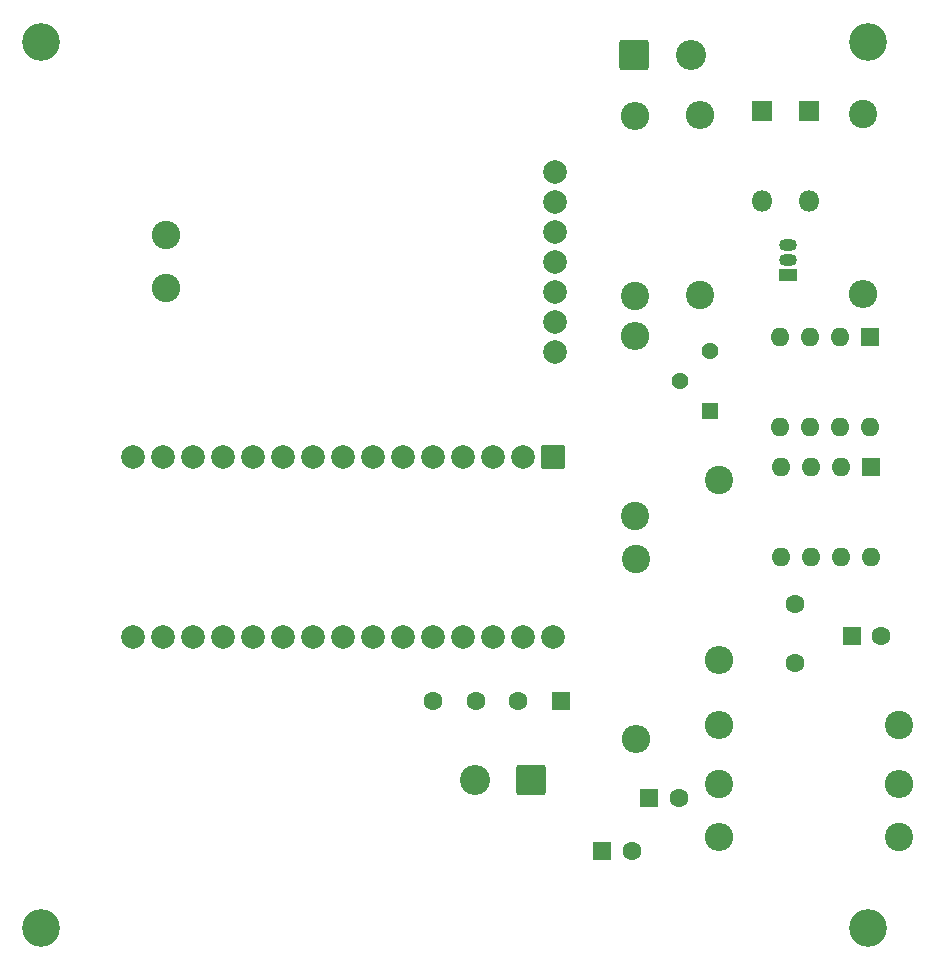
<source format=gbr>
%TF.GenerationSoftware,KiCad,Pcbnew,8.0.6*%
%TF.CreationDate,2025-02-01T10:41:25-07:00*%
%TF.ProjectId,Tachometerkicad,54616368-6f6d-4657-9465-726b69636164,rev?*%
%TF.SameCoordinates,Original*%
%TF.FileFunction,Soldermask,Bot*%
%TF.FilePolarity,Negative*%
%FSLAX46Y46*%
G04 Gerber Fmt 4.6, Leading zero omitted, Abs format (unit mm)*
G04 Created by KiCad (PCBNEW 8.0.6) date 2025-02-01 10:41:25*
%MOMM*%
%LPD*%
G01*
G04 APERTURE LIST*
G04 Aperture macros list*
%AMRoundRect*
0 Rectangle with rounded corners*
0 $1 Rounding radius*
0 $2 $3 $4 $5 $6 $7 $8 $9 X,Y pos of 4 corners*
0 Add a 4 corners polygon primitive as box body*
4,1,4,$2,$3,$4,$5,$6,$7,$8,$9,$2,$3,0*
0 Add four circle primitives for the rounded corners*
1,1,$1+$1,$2,$3*
1,1,$1+$1,$4,$5*
1,1,$1+$1,$6,$7*
1,1,$1+$1,$8,$9*
0 Add four rect primitives between the rounded corners*
20,1,$1+$1,$2,$3,$4,$5,0*
20,1,$1+$1,$4,$5,$6,$7,0*
20,1,$1+$1,$6,$7,$8,$9,0*
20,1,$1+$1,$8,$9,$2,$3,0*%
G04 Aperture macros list end*
%ADD10R,1.600000X1.600000*%
%ADD11C,1.600000*%
%ADD12RoundRect,0.102000X-0.900000X0.900000X-0.900000X-0.900000X0.900000X-0.900000X0.900000X0.900000X0*%
%ADD13C,2.004000*%
%ADD14C,2.400000*%
%ADD15O,2.400000X2.400000*%
%ADD16R,1.500000X1.050000*%
%ADD17O,1.500000X1.050000*%
%ADD18C,3.200000*%
%ADD19RoundRect,0.250000X0.550000X0.550000X-0.550000X0.550000X-0.550000X-0.550000X0.550000X-0.550000X0*%
%ADD20RoundRect,0.102000X0.611000X-0.611000X0.611000X0.611000X-0.611000X0.611000X-0.611000X-0.611000X0*%
%ADD21C,1.426000*%
%ADD22R,1.800000X1.800000*%
%ADD23O,1.800000X1.800000*%
%ADD24O,1.600000X1.600000*%
%ADD25RoundRect,0.249999X1.025001X1.025001X-1.025001X1.025001X-1.025001X-1.025001X1.025001X-1.025001X0*%
%ADD26C,2.550000*%
%ADD27RoundRect,0.249999X-1.025001X-1.025001X1.025001X-1.025001X1.025001X1.025001X-1.025001X1.025001X0*%
%ADD28C,2.404000*%
G04 APERTURE END LIST*
D10*
%TO.C,C1*%
X87500000Y-113500000D03*
D11*
X90000000Y-113500000D03*
%TD*%
D12*
%TO.C,UNIT_1*%
X83300000Y-80100000D03*
D13*
X80760000Y-80100000D03*
X78220000Y-80100000D03*
X75680000Y-80100000D03*
X73140000Y-80100000D03*
X70600000Y-80100000D03*
X68060000Y-80100000D03*
X65520000Y-80100000D03*
X62980000Y-80100000D03*
X60440000Y-80100000D03*
X57900000Y-80100000D03*
X55360000Y-80100000D03*
X52820000Y-80100000D03*
X50280000Y-80100000D03*
X47740000Y-80100000D03*
X47740000Y-95340000D03*
X50280000Y-95340000D03*
X52820000Y-95340000D03*
X55360000Y-95340000D03*
X57900000Y-95340000D03*
X60440000Y-95340000D03*
X62980000Y-95340000D03*
X65520000Y-95340000D03*
X68060000Y-95340000D03*
X70600000Y-95340000D03*
X73140000Y-95340000D03*
X75680000Y-95340000D03*
X78220000Y-95340000D03*
X80760000Y-95340000D03*
X83300000Y-95340000D03*
%TD*%
D14*
%TO.C,R6*%
X112620000Y-112300000D03*
D15*
X97380000Y-112300000D03*
%TD*%
D16*
%TO.C,Q1*%
X103250000Y-64700000D03*
D17*
X103250000Y-63430000D03*
X103250000Y-62160000D03*
%TD*%
D18*
%TO.C,REF\u002A\u002A*%
X110000000Y-45000000D03*
%TD*%
D10*
%TO.C,C3*%
X108614888Y-95280000D03*
D11*
X111114888Y-95280000D03*
%TD*%
D14*
%TO.C,R10*%
X90300000Y-66520000D03*
D15*
X90300000Y-51280000D03*
%TD*%
D14*
%TO.C,R11*%
X97400000Y-82080000D03*
D15*
X97400000Y-97320000D03*
%TD*%
D19*
%TO.C,J4*%
X84000000Y-100800000D03*
D11*
X80400000Y-100800000D03*
X76800000Y-100800000D03*
X73200000Y-100800000D03*
%TD*%
D14*
%TO.C,R1*%
X95800000Y-66420000D03*
D15*
X95800000Y-51180000D03*
%TD*%
D20*
%TO.C,VR1*%
X96600000Y-76240000D03*
D21*
X94060000Y-73700000D03*
X96600000Y-71160000D03*
%TD*%
D14*
%TO.C,R7*%
X112620000Y-102800000D03*
D15*
X97380000Y-102800000D03*
%TD*%
D22*
%TO.C,D2*%
X101000000Y-50795000D03*
D23*
X101000000Y-58415000D03*
%TD*%
D14*
%TO.C,R2*%
X109600000Y-51080000D03*
D15*
X109600000Y-66320000D03*
%TD*%
D14*
%TO.C,R3*%
X90300000Y-85120000D03*
D15*
X90300000Y-69880000D03*
%TD*%
D10*
%TO.C,U1*%
X110300000Y-81000000D03*
D24*
X107760000Y-81000000D03*
X105220000Y-81000000D03*
X102680000Y-81000000D03*
X102680000Y-88620000D03*
X105220000Y-88620000D03*
X107760000Y-88620000D03*
X110300000Y-88620000D03*
%TD*%
D25*
%TO.C,J3*%
X81500000Y-107500000D03*
D26*
X76700000Y-107500000D03*
%TD*%
D18*
%TO.C,REF\u002A\u002A*%
X40000000Y-120000000D03*
%TD*%
D27*
%TO.C,J1*%
X90200000Y-46100000D03*
D26*
X95000000Y-46100000D03*
%TD*%
D14*
%TO.C,R4*%
X97380000Y-107800000D03*
D15*
X112620000Y-107800000D03*
%TD*%
D18*
%TO.C,REF\u002A\u002A*%
X40000000Y-45000000D03*
%TD*%
D11*
%TO.C,C4*%
X103820000Y-97600000D03*
X103820000Y-92600000D03*
%TD*%
D10*
%TO.C,U2*%
X110200000Y-70000000D03*
D24*
X107660000Y-70000000D03*
X105120000Y-70000000D03*
X102580000Y-70000000D03*
X102580000Y-77620000D03*
X105120000Y-77620000D03*
X107660000Y-77620000D03*
X110200000Y-77620000D03*
%TD*%
D10*
%TO.C,C2*%
X91500000Y-109000000D03*
D11*
X94000000Y-109000000D03*
%TD*%
D13*
%TO.C,UNIT_2*%
X83500000Y-55980000D03*
X83500000Y-58520000D03*
X83500000Y-61060000D03*
X83500000Y-63600000D03*
X83500000Y-66140000D03*
X83500000Y-68680000D03*
X83500000Y-71220000D03*
D28*
X50560000Y-65850000D03*
X50560000Y-61350000D03*
%TD*%
D14*
%TO.C,R5*%
X90400000Y-88780000D03*
D15*
X90400000Y-104020000D03*
%TD*%
D18*
%TO.C,REF\u002A\u002A*%
X110000000Y-120000000D03*
%TD*%
D22*
%TO.C,D1*%
X105000000Y-50790000D03*
D23*
X105000000Y-58410000D03*
%TD*%
M02*

</source>
